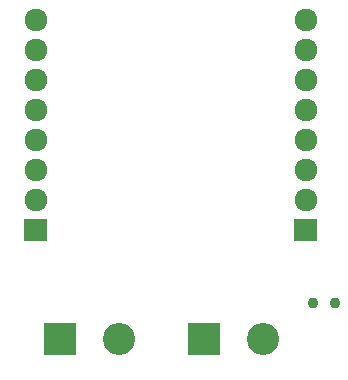
<source format=gbs>
G04 #@! TF.GenerationSoftware,KiCad,Pcbnew,(5.1.9)-1*
G04 #@! TF.CreationDate,2021-07-08T21:32:50+02:00*
G04 #@! TF.ProjectId,OpenThermMonitorTwomes,4f70656e-5468-4657-926d-4d6f6e69746f,rev?*
G04 #@! TF.SameCoordinates,Original*
G04 #@! TF.FileFunction,Soldermask,Bot*
G04 #@! TF.FilePolarity,Negative*
%FSLAX46Y46*%
G04 Gerber Fmt 4.6, Leading zero omitted, Abs format (unit mm)*
G04 Created by KiCad (PCBNEW (5.1.9)-1) date 2021-07-08 21:32:50*
%MOMM*%
%LPD*%
G01*
G04 APERTURE LIST*
%ADD10C,0.920000*%
%ADD11C,2.720000*%
%ADD12O,1.920000X1.920000*%
G04 APERTURE END LIST*
D10*
X150992000Y-109728000D03*
X152792000Y-109728000D03*
G36*
G01*
X140372000Y-114076000D02*
X140372000Y-111476000D01*
G75*
G02*
X140432000Y-111416000I60000J0D01*
G01*
X143032000Y-111416000D01*
G75*
G02*
X143092000Y-111476000I0J-60000D01*
G01*
X143092000Y-114076000D01*
G75*
G02*
X143032000Y-114136000I-60000J0D01*
G01*
X140432000Y-114136000D01*
G75*
G02*
X140372000Y-114076000I0J60000D01*
G01*
G37*
D11*
X146732000Y-112776000D03*
X134540000Y-112776000D03*
G36*
G01*
X128180000Y-114076000D02*
X128180000Y-111476000D01*
G75*
G02*
X128240000Y-111416000I60000J0D01*
G01*
X130840000Y-111416000D01*
G75*
G02*
X130900000Y-111476000I0J-60000D01*
G01*
X130900000Y-114076000D01*
G75*
G02*
X130840000Y-114136000I-60000J0D01*
G01*
X128240000Y-114136000D01*
G75*
G02*
X128180000Y-114076000I0J60000D01*
G01*
G37*
G36*
G01*
X128450000Y-102669000D02*
X128450000Y-104469000D01*
G75*
G02*
X128390000Y-104529000I-60000J0D01*
G01*
X126590000Y-104529000D01*
G75*
G02*
X126530000Y-104469000I0J60000D01*
G01*
X126530000Y-102669000D01*
G75*
G02*
X126590000Y-102609000I60000J0D01*
G01*
X128390000Y-102609000D01*
G75*
G02*
X128450000Y-102669000I0J-60000D01*
G01*
G37*
D12*
X127490000Y-101029000D03*
X127490000Y-98489000D03*
X127490000Y-95949000D03*
X127490000Y-93409000D03*
X127490000Y-90869000D03*
X127490000Y-88329000D03*
X127490000Y-85789000D03*
G36*
G01*
X151310000Y-102669000D02*
X151310000Y-104469000D01*
G75*
G02*
X151250000Y-104529000I-60000J0D01*
G01*
X149450000Y-104529000D01*
G75*
G02*
X149390000Y-104469000I0J60000D01*
G01*
X149390000Y-102669000D01*
G75*
G02*
X149450000Y-102609000I60000J0D01*
G01*
X151250000Y-102609000D01*
G75*
G02*
X151310000Y-102669000I0J-60000D01*
G01*
G37*
X150350000Y-101029000D03*
X150350000Y-98489000D03*
X150350000Y-95949000D03*
X150350000Y-93409000D03*
X150350000Y-90869000D03*
X150350000Y-88329000D03*
X150350000Y-85789000D03*
M02*

</source>
